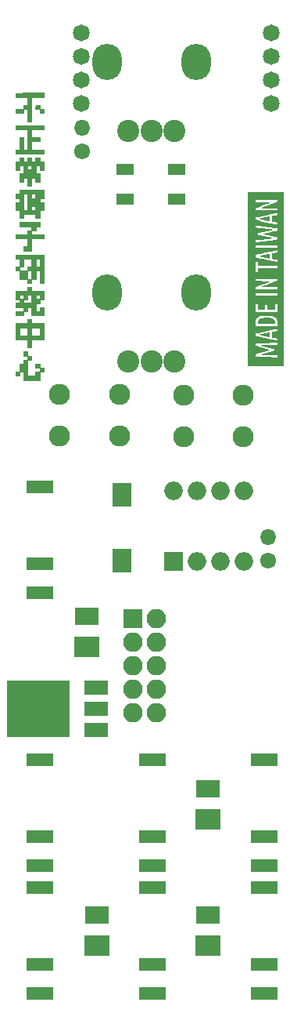
<source format=gbr>
G04 #@! TF.GenerationSoftware,KiCad,Pcbnew,5.1.2-f72e74a~84~ubuntu16.04.1*
G04 #@! TF.CreationDate,2019-05-08T01:02:17+08:00*
G04 #@! TF.ProjectId,8Bit_EuroRack_7hp,38426974-5f45-4757-926f-5261636b5f37,rev?*
G04 #@! TF.SameCoordinates,Original*
G04 #@! TF.FileFunction,Soldermask,Top*
G04 #@! TF.FilePolarity,Negative*
%FSLAX46Y46*%
G04 Gerber Fmt 4.6, Leading zero omitted, Abs format (unit mm)*
G04 Created by KiCad (PCBNEW 5.1.2-f72e74a~84~ubuntu16.04.1) date 2019-05-08 01:02:17*
%MOMM*%
%LPD*%
G04 APERTURE LIST*
%ADD10C,0.010000*%
%ADD11C,1.720000*%
%ADD12O,1.720000X1.720000*%
%ADD13R,2.900000X1.400000*%
%ADD14C,2.279600*%
%ADD15C,2.400000*%
%ADD16O,3.200000X3.900000*%
%ADD17R,2.000000X2.580000*%
%ADD18R,1.920000X1.220000*%
%ADD19O,2.100000X2.100000*%
%ADD20R,2.100000X2.100000*%
%ADD21R,2.500000X1.900000*%
%ADD22R,2.700000X2.200000*%
%ADD23C,1.820000*%
%ADD24R,2.600000X1.600000*%
%ADD25R,6.800000X6.200000*%
%ADD26O,2.000000X2.000000*%
%ADD27R,2.000000X2.000000*%
G04 APERTURE END LIST*
D10*
G36*
X49584724Y-53389525D02*
G01*
X49588199Y-53608600D01*
X50019400Y-53608600D01*
X50019400Y-54040400D01*
X49587600Y-54040400D01*
X49587600Y-53608600D01*
X49142500Y-53608600D01*
X49149450Y-53170450D01*
X49581250Y-53170450D01*
X49584724Y-53389525D01*
X49584724Y-53389525D01*
G37*
X49584724Y-53389525D02*
X49588199Y-53608600D01*
X50019400Y-53608600D01*
X50019400Y-54040400D01*
X49587600Y-54040400D01*
X49587600Y-53608600D01*
X49142500Y-53608600D01*
X49149450Y-53170450D01*
X49581250Y-53170450D01*
X49584724Y-53389525D01*
G36*
X50019400Y-52300500D02*
G01*
X48711300Y-52300500D01*
X48711300Y-54916700D01*
X48492225Y-54916705D01*
X48273150Y-54916711D01*
X48276964Y-54262655D01*
X48280779Y-53608600D01*
X47835000Y-53608600D01*
X47835000Y-54040400D01*
X46958700Y-54040400D01*
X46958700Y-53608600D01*
X47834400Y-53608600D01*
X47841350Y-53170450D01*
X48279500Y-53163500D01*
X48279500Y-52300728D01*
X46965050Y-52294150D01*
X46965050Y-51862350D01*
X48492225Y-51859123D01*
X50019400Y-51855897D01*
X50019400Y-52300500D01*
X50019400Y-52300500D01*
G37*
X50019400Y-52300500D02*
X48711300Y-52300500D01*
X48711300Y-54916700D01*
X48492225Y-54916705D01*
X48273150Y-54916711D01*
X48276964Y-54262655D01*
X48280779Y-53608600D01*
X47835000Y-53608600D01*
X47835000Y-54040400D01*
X46958700Y-54040400D01*
X46958700Y-53608600D01*
X47834400Y-53608600D01*
X47841350Y-53170450D01*
X48279500Y-53163500D01*
X48279500Y-52300728D01*
X46965050Y-52294150D01*
X46965050Y-51862350D01*
X48492225Y-51859123D01*
X50019400Y-51855897D01*
X50019400Y-52300500D01*
G36*
X50032100Y-55793000D02*
G01*
X48711300Y-55793000D01*
X48711300Y-56656600D01*
X49587600Y-56656600D01*
X49587600Y-57101100D01*
X48711300Y-57101100D01*
X48711300Y-57964700D01*
X50032100Y-57964700D01*
X50032100Y-58409200D01*
X46958700Y-58409200D01*
X46958700Y-57964700D01*
X47390500Y-57964700D01*
X47390500Y-56656600D01*
X47847700Y-56656600D01*
X47847700Y-57964700D01*
X48266800Y-57964700D01*
X48266800Y-55793000D01*
X46958700Y-55793000D01*
X46958700Y-55348500D01*
X50032100Y-55348500D01*
X50032100Y-55793000D01*
X50032100Y-55793000D01*
G37*
X50032100Y-55793000D02*
X48711300Y-55793000D01*
X48711300Y-56656600D01*
X49587600Y-56656600D01*
X49587600Y-57101100D01*
X48711300Y-57101100D01*
X48711300Y-57964700D01*
X50032100Y-57964700D01*
X50032100Y-58409200D01*
X46958700Y-58409200D01*
X46958700Y-57964700D01*
X47390500Y-57964700D01*
X47390500Y-56656600D01*
X47847700Y-56656600D01*
X47847700Y-57964700D01*
X48266800Y-57964700D01*
X48266800Y-55793000D01*
X46958700Y-55793000D01*
X46958700Y-55348500D01*
X50032100Y-55348500D01*
X50032100Y-55793000D01*
G36*
X47847700Y-59272800D02*
G01*
X48266800Y-59272800D01*
X48266800Y-58841000D01*
X48711300Y-58841000D01*
X48711300Y-59272800D01*
X49143100Y-59272800D01*
X49143100Y-58841000D01*
X49587600Y-58841000D01*
X49587600Y-59272800D01*
X50032100Y-59272800D01*
X50032100Y-60161800D01*
X49574900Y-60161800D01*
X49574900Y-59730000D01*
X49155800Y-59730000D01*
X49155800Y-60580900D01*
X49587600Y-60580900D01*
X49587600Y-61469900D01*
X49143100Y-61469900D01*
X49143100Y-61038100D01*
X48711300Y-61038100D01*
X48711300Y-61901700D01*
X48266800Y-61901700D01*
X48266800Y-61038100D01*
X47847700Y-61038100D01*
X47847700Y-61469900D01*
X47390500Y-61469900D01*
X47390500Y-60580900D01*
X47835000Y-60580900D01*
X47835000Y-59730000D01*
X48279500Y-59730000D01*
X48279500Y-60149100D01*
X48698600Y-60149100D01*
X48698600Y-59730000D01*
X48279500Y-59730000D01*
X47835000Y-59730000D01*
X47403200Y-59730000D01*
X47403200Y-60161800D01*
X46958700Y-60161800D01*
X46958700Y-59272800D01*
X47390500Y-59272800D01*
X47390500Y-58841000D01*
X47847700Y-58841000D01*
X47847700Y-59272800D01*
X47847700Y-59272800D01*
G37*
X47847700Y-59272800D02*
X48266800Y-59272800D01*
X48266800Y-58841000D01*
X48711300Y-58841000D01*
X48711300Y-59272800D01*
X49143100Y-59272800D01*
X49143100Y-58841000D01*
X49587600Y-58841000D01*
X49587600Y-59272800D01*
X50032100Y-59272800D01*
X50032100Y-60161800D01*
X49574900Y-60161800D01*
X49574900Y-59730000D01*
X49155800Y-59730000D01*
X49155800Y-60580900D01*
X49587600Y-60580900D01*
X49587600Y-61469900D01*
X49143100Y-61469900D01*
X49143100Y-61038100D01*
X48711300Y-61038100D01*
X48711300Y-61901700D01*
X48266800Y-61901700D01*
X48266800Y-61038100D01*
X47847700Y-61038100D01*
X47847700Y-61469900D01*
X47390500Y-61469900D01*
X47390500Y-60580900D01*
X47835000Y-60580900D01*
X47835000Y-59730000D01*
X48279500Y-59730000D01*
X48279500Y-60149100D01*
X48698600Y-60149100D01*
X48698600Y-59730000D01*
X48279500Y-59730000D01*
X47835000Y-59730000D01*
X47403200Y-59730000D01*
X47403200Y-60161800D01*
X46958700Y-60161800D01*
X46958700Y-59272800D01*
X47390500Y-59272800D01*
X47390500Y-58841000D01*
X47847700Y-58841000D01*
X47847700Y-59272800D01*
G36*
X50032100Y-63222500D02*
G01*
X49587600Y-63222500D01*
X49587600Y-63641600D01*
X50032100Y-63641600D01*
X50032100Y-64530600D01*
X49587600Y-64530600D01*
X49587600Y-65394200D01*
X49143100Y-65394200D01*
X49143100Y-64962400D01*
X47847700Y-64962400D01*
X47847700Y-65394200D01*
X47390500Y-65394200D01*
X47390500Y-64530600D01*
X46958700Y-64530600D01*
X46958700Y-63641600D01*
X47390500Y-63641600D01*
X47390500Y-63222500D01*
X46958700Y-63222500D01*
X46958700Y-62778000D01*
X47847700Y-62778000D01*
X47847700Y-64517900D01*
X48266800Y-64517900D01*
X48266800Y-64086100D01*
X48711300Y-64086100D01*
X48711300Y-64517900D01*
X49143100Y-64517900D01*
X49143100Y-64086100D01*
X48711300Y-64086100D01*
X48266800Y-64086100D01*
X48266800Y-62778000D01*
X48711300Y-62778000D01*
X48711300Y-63209800D01*
X49143100Y-63209800D01*
X49143100Y-62778000D01*
X48711300Y-62778000D01*
X48266800Y-62778000D01*
X47847700Y-62778000D01*
X46958700Y-62778000D01*
X46958700Y-62765300D01*
X47390500Y-62765300D01*
X47390500Y-62333500D01*
X50032100Y-62333500D01*
X50032100Y-63222500D01*
X50032100Y-63222500D01*
G37*
X50032100Y-63222500D02*
X49587600Y-63222500D01*
X49587600Y-63641600D01*
X50032100Y-63641600D01*
X50032100Y-64530600D01*
X49587600Y-64530600D01*
X49587600Y-65394200D01*
X49143100Y-65394200D01*
X49143100Y-64962400D01*
X47847700Y-64962400D01*
X47847700Y-65394200D01*
X47390500Y-65394200D01*
X47390500Y-64530600D01*
X46958700Y-64530600D01*
X46958700Y-63641600D01*
X47390500Y-63641600D01*
X47390500Y-63222500D01*
X46958700Y-63222500D01*
X46958700Y-62778000D01*
X47847700Y-62778000D01*
X47847700Y-64517900D01*
X48266800Y-64517900D01*
X48266800Y-64086100D01*
X48711300Y-64086100D01*
X48711300Y-64517900D01*
X49143100Y-64517900D01*
X49143100Y-64086100D01*
X48711300Y-64086100D01*
X48266800Y-64086100D01*
X48266800Y-62778000D01*
X48711300Y-62778000D01*
X48711300Y-63209800D01*
X49143100Y-63209800D01*
X49143100Y-62778000D01*
X48711300Y-62778000D01*
X48266800Y-62778000D01*
X47847700Y-62778000D01*
X46958700Y-62778000D01*
X46958700Y-62765300D01*
X47390500Y-62765300D01*
X47390500Y-62333500D01*
X50032100Y-62333500D01*
X50032100Y-63222500D01*
G36*
X49587600Y-66270500D02*
G01*
X49155800Y-66270500D01*
X49155800Y-66715000D01*
X48711300Y-66715000D01*
X48711300Y-67134100D01*
X50032100Y-67134100D01*
X50032100Y-67578600D01*
X48711300Y-67578600D01*
X48711300Y-68886700D01*
X47835000Y-68886700D01*
X47835000Y-68442200D01*
X48266800Y-68442200D01*
X48266800Y-67578600D01*
X46958700Y-67578600D01*
X46958700Y-67134100D01*
X48266800Y-67134100D01*
X48266800Y-66702300D01*
X48698600Y-66702300D01*
X48698600Y-66270500D01*
X47390500Y-66270500D01*
X47390500Y-65826000D01*
X49587600Y-65826000D01*
X49587600Y-66270500D01*
X49587600Y-66270500D01*
G37*
X49587600Y-66270500D02*
X49155800Y-66270500D01*
X49155800Y-66715000D01*
X48711300Y-66715000D01*
X48711300Y-67134100D01*
X50032100Y-67134100D01*
X50032100Y-67578600D01*
X48711300Y-67578600D01*
X48711300Y-68886700D01*
X47835000Y-68886700D01*
X47835000Y-68442200D01*
X48266800Y-68442200D01*
X48266800Y-67578600D01*
X46958700Y-67578600D01*
X46958700Y-67134100D01*
X48266800Y-67134100D01*
X48266800Y-66702300D01*
X48698600Y-66702300D01*
X48698600Y-66270500D01*
X47390500Y-66270500D01*
X47390500Y-65826000D01*
X49587600Y-65826000D01*
X49587600Y-66270500D01*
G36*
X50032100Y-72379200D02*
G01*
X49574900Y-72379200D01*
X49574900Y-71071100D01*
X49155800Y-71071100D01*
X49155800Y-71947400D01*
X48711300Y-71947400D01*
X48711300Y-72379200D01*
X48266800Y-72379200D01*
X48266800Y-71947400D01*
X47390500Y-71947400D01*
X47390500Y-71071100D01*
X48279500Y-71071100D01*
X48279500Y-71934700D01*
X48698600Y-71934700D01*
X48698600Y-71071100D01*
X48279500Y-71071100D01*
X47390500Y-71071100D01*
X46958700Y-71071100D01*
X46958700Y-70639300D01*
X47403200Y-70639300D01*
X47403200Y-71058400D01*
X48266800Y-71058400D01*
X48266800Y-70626600D01*
X48698600Y-70626600D01*
X48698600Y-69763000D01*
X49155800Y-69763000D01*
X49155800Y-70626600D01*
X49574900Y-70626600D01*
X49574900Y-69763000D01*
X49155800Y-69763000D01*
X48698600Y-69763000D01*
X47847700Y-69763000D01*
X47847700Y-70639300D01*
X47403200Y-70639300D01*
X46958700Y-70639300D01*
X46958700Y-70626600D01*
X47390500Y-70626600D01*
X47390500Y-69763000D01*
X46958700Y-69763000D01*
X46958700Y-69318500D01*
X50032100Y-69318500D01*
X50032100Y-72379200D01*
X50032100Y-72379200D01*
G37*
X50032100Y-72379200D02*
X49574900Y-72379200D01*
X49574900Y-71071100D01*
X49155800Y-71071100D01*
X49155800Y-71947400D01*
X48711300Y-71947400D01*
X48711300Y-72379200D01*
X48266800Y-72379200D01*
X48266800Y-71947400D01*
X47390500Y-71947400D01*
X47390500Y-71071100D01*
X48279500Y-71071100D01*
X48279500Y-71934700D01*
X48698600Y-71934700D01*
X48698600Y-71071100D01*
X48279500Y-71071100D01*
X47390500Y-71071100D01*
X46958700Y-71071100D01*
X46958700Y-70639300D01*
X47403200Y-70639300D01*
X47403200Y-71058400D01*
X48266800Y-71058400D01*
X48266800Y-70626600D01*
X48698600Y-70626600D01*
X48698600Y-69763000D01*
X49155800Y-69763000D01*
X49155800Y-70626600D01*
X49574900Y-70626600D01*
X49574900Y-69763000D01*
X49155800Y-69763000D01*
X48698600Y-69763000D01*
X47847700Y-69763000D01*
X47847700Y-70639300D01*
X47403200Y-70639300D01*
X46958700Y-70639300D01*
X46958700Y-70626600D01*
X47390500Y-70626600D01*
X47390500Y-69763000D01*
X46958700Y-69763000D01*
X46958700Y-69318500D01*
X50032100Y-69318500D01*
X50032100Y-72379200D01*
G36*
X48711300Y-73242800D02*
G01*
X50032100Y-73242800D01*
X50032100Y-74131800D01*
X49587600Y-74131800D01*
X49587600Y-74563600D01*
X49155800Y-74563600D01*
X49155800Y-75427200D01*
X49574900Y-75427200D01*
X49574900Y-74995400D01*
X50032100Y-74995400D01*
X50032100Y-75871700D01*
X48698600Y-75871700D01*
X48698600Y-75008100D01*
X48279500Y-75008100D01*
X48279500Y-75439900D01*
X47847700Y-75439900D01*
X47847700Y-75871700D01*
X46958700Y-75871700D01*
X46958700Y-75427200D01*
X47835000Y-75427200D01*
X47835000Y-75008100D01*
X46958700Y-75008100D01*
X46958700Y-74550900D01*
X47390500Y-74550900D01*
X47390500Y-74131800D01*
X47847700Y-74131800D01*
X47847700Y-74550900D01*
X48698600Y-74550900D01*
X48698600Y-73700000D01*
X49155800Y-73700000D01*
X49155800Y-74119100D01*
X49574900Y-74119100D01*
X49574900Y-73700000D01*
X49155800Y-73700000D01*
X48698600Y-73700000D01*
X48279500Y-73700000D01*
X48279500Y-74131800D01*
X47847700Y-74131800D01*
X47390500Y-74131800D01*
X46958700Y-74131800D01*
X46958700Y-73700000D01*
X47403200Y-73700000D01*
X47403200Y-74119100D01*
X47835000Y-74119100D01*
X47835000Y-73700000D01*
X47403200Y-73700000D01*
X46958700Y-73700000D01*
X46958700Y-73242800D01*
X48266800Y-73242800D01*
X48266800Y-72811000D01*
X48711300Y-72811000D01*
X48711300Y-73242800D01*
X48711300Y-73242800D01*
G37*
X48711300Y-73242800D02*
X50032100Y-73242800D01*
X50032100Y-74131800D01*
X49587600Y-74131800D01*
X49587600Y-74563600D01*
X49155800Y-74563600D01*
X49155800Y-75427200D01*
X49574900Y-75427200D01*
X49574900Y-74995400D01*
X50032100Y-74995400D01*
X50032100Y-75871700D01*
X48698600Y-75871700D01*
X48698600Y-75008100D01*
X48279500Y-75008100D01*
X48279500Y-75439900D01*
X47847700Y-75439900D01*
X47847700Y-75871700D01*
X46958700Y-75871700D01*
X46958700Y-75427200D01*
X47835000Y-75427200D01*
X47835000Y-75008100D01*
X46958700Y-75008100D01*
X46958700Y-74550900D01*
X47390500Y-74550900D01*
X47390500Y-74131800D01*
X47847700Y-74131800D01*
X47847700Y-74550900D01*
X48698600Y-74550900D01*
X48698600Y-73700000D01*
X49155800Y-73700000D01*
X49155800Y-74119100D01*
X49574900Y-74119100D01*
X49574900Y-73700000D01*
X49155800Y-73700000D01*
X48698600Y-73700000D01*
X48279500Y-73700000D01*
X48279500Y-74131800D01*
X47847700Y-74131800D01*
X47390500Y-74131800D01*
X46958700Y-74131800D01*
X46958700Y-73700000D01*
X47403200Y-73700000D01*
X47403200Y-74119100D01*
X47835000Y-74119100D01*
X47835000Y-73700000D01*
X47403200Y-73700000D01*
X46958700Y-73700000D01*
X46958700Y-73242800D01*
X48266800Y-73242800D01*
X48266800Y-72811000D01*
X48711300Y-72811000D01*
X48711300Y-73242800D01*
G36*
X48711300Y-76735300D02*
G01*
X50032100Y-76735300D01*
X50032100Y-78500600D01*
X48711300Y-78500600D01*
X48711300Y-79364200D01*
X48266800Y-79364200D01*
X48266800Y-78500600D01*
X46958700Y-78500600D01*
X46958700Y-77192500D01*
X47403200Y-77192500D01*
X47403200Y-78043400D01*
X48266800Y-78043400D01*
X48266800Y-77192500D01*
X48711300Y-77192500D01*
X48711300Y-78043400D01*
X49574900Y-78043400D01*
X49574900Y-77192500D01*
X48711300Y-77192500D01*
X48266800Y-77192500D01*
X47403200Y-77192500D01*
X46958700Y-77192500D01*
X46958700Y-76735300D01*
X48266800Y-76735300D01*
X48266800Y-76303500D01*
X48711300Y-76303500D01*
X48711300Y-76735300D01*
X48711300Y-76735300D01*
G37*
X48711300Y-76735300D02*
X50032100Y-76735300D01*
X50032100Y-78500600D01*
X48711300Y-78500600D01*
X48711300Y-79364200D01*
X48266800Y-79364200D01*
X48266800Y-78500600D01*
X46958700Y-78500600D01*
X46958700Y-77192500D01*
X47403200Y-77192500D01*
X47403200Y-78043400D01*
X48266800Y-78043400D01*
X48266800Y-77192500D01*
X48711300Y-77192500D01*
X48711300Y-78043400D01*
X49574900Y-78043400D01*
X49574900Y-77192500D01*
X48711300Y-77192500D01*
X48266800Y-77192500D01*
X47403200Y-77192500D01*
X46958700Y-77192500D01*
X46958700Y-76735300D01*
X48266800Y-76735300D01*
X48266800Y-76303500D01*
X48711300Y-76303500D01*
X48711300Y-76735300D01*
G36*
X48279500Y-80227800D02*
G01*
X48711300Y-80227800D01*
X48711300Y-80685000D01*
X48279500Y-80685000D01*
X48279500Y-82412200D01*
X49143100Y-82412200D01*
X49143100Y-81980400D01*
X49574900Y-81980400D01*
X49574900Y-81548600D01*
X49143100Y-81548600D01*
X49143100Y-81104100D01*
X49587600Y-81104100D01*
X49587600Y-81535900D01*
X50032100Y-81535900D01*
X50032100Y-81993100D01*
X49587600Y-81993100D01*
X49587600Y-82856700D01*
X47835000Y-82856700D01*
X47835000Y-81993100D01*
X47403200Y-81993100D01*
X47403200Y-82424900D01*
X46958700Y-82424900D01*
X46958700Y-81980400D01*
X47390500Y-81980400D01*
X47390500Y-81104100D01*
X47835000Y-81104100D01*
X47835000Y-80672300D01*
X48266800Y-80672300D01*
X48266800Y-80240500D01*
X47835000Y-80240500D01*
X47835000Y-79796000D01*
X48279500Y-79796000D01*
X48279500Y-80227800D01*
X48279500Y-80227800D01*
G37*
X48279500Y-80227800D02*
X48711300Y-80227800D01*
X48711300Y-80685000D01*
X48279500Y-80685000D01*
X48279500Y-82412200D01*
X49143100Y-82412200D01*
X49143100Y-81980400D01*
X49574900Y-81980400D01*
X49574900Y-81548600D01*
X49143100Y-81548600D01*
X49143100Y-81104100D01*
X49587600Y-81104100D01*
X49587600Y-81535900D01*
X50032100Y-81535900D01*
X50032100Y-81993100D01*
X49587600Y-81993100D01*
X49587600Y-82856700D01*
X47835000Y-82856700D01*
X47835000Y-81993100D01*
X47403200Y-81993100D01*
X47403200Y-82424900D01*
X46958700Y-82424900D01*
X46958700Y-81980400D01*
X47390500Y-81980400D01*
X47390500Y-81104100D01*
X47835000Y-81104100D01*
X47835000Y-80672300D01*
X48266800Y-80672300D01*
X48266800Y-80240500D01*
X47835000Y-80240500D01*
X47835000Y-79796000D01*
X48279500Y-79796000D01*
X48279500Y-80227800D01*
G36*
X73461440Y-65415354D02*
G01*
X73492456Y-65406267D01*
X73541871Y-65393556D01*
X73606438Y-65377930D01*
X73682911Y-65360099D01*
X73768040Y-65340772D01*
X73858579Y-65320659D01*
X73951281Y-65300470D01*
X74042898Y-65280913D01*
X74130183Y-65262699D01*
X74209888Y-65246538D01*
X74278766Y-65233137D01*
X74333570Y-65223208D01*
X74371052Y-65217460D01*
X74384822Y-65216300D01*
X74388461Y-65228291D01*
X74391575Y-65261430D01*
X74393939Y-65311466D01*
X74395327Y-65374150D01*
X74395600Y-65419500D01*
X74395359Y-65488110D01*
X74394695Y-65546825D01*
X74393692Y-65591394D01*
X74392436Y-65617567D01*
X74391527Y-65622700D01*
X74371803Y-65620102D01*
X74331361Y-65612791D01*
X74273571Y-65601494D01*
X74201803Y-65586938D01*
X74119428Y-65569850D01*
X74029815Y-65550957D01*
X73936335Y-65530985D01*
X73842358Y-65510662D01*
X73751255Y-65490713D01*
X73666395Y-65471866D01*
X73591149Y-65454848D01*
X73528887Y-65440385D01*
X73482980Y-65429204D01*
X73456796Y-65422032D01*
X73452071Y-65420106D01*
X73461440Y-65415354D01*
X73461440Y-65415354D01*
G37*
X73461440Y-65415354D02*
X73492456Y-65406267D01*
X73541871Y-65393556D01*
X73606438Y-65377930D01*
X73682911Y-65360099D01*
X73768040Y-65340772D01*
X73858579Y-65320659D01*
X73951281Y-65300470D01*
X74042898Y-65280913D01*
X74130183Y-65262699D01*
X74209888Y-65246538D01*
X74278766Y-65233137D01*
X74333570Y-65223208D01*
X74371052Y-65217460D01*
X74384822Y-65216300D01*
X74388461Y-65228291D01*
X74391575Y-65261430D01*
X74393939Y-65311466D01*
X74395327Y-65374150D01*
X74395600Y-65419500D01*
X74395359Y-65488110D01*
X74394695Y-65546825D01*
X74393692Y-65591394D01*
X74392436Y-65617567D01*
X74391527Y-65622700D01*
X74371803Y-65620102D01*
X74331361Y-65612791D01*
X74273571Y-65601494D01*
X74201803Y-65586938D01*
X74119428Y-65569850D01*
X74029815Y-65550957D01*
X73936335Y-65530985D01*
X73842358Y-65510662D01*
X73751255Y-65490713D01*
X73666395Y-65471866D01*
X73591149Y-65454848D01*
X73528887Y-65440385D01*
X73482980Y-65429204D01*
X73456796Y-65422032D01*
X73452071Y-65420106D01*
X73461440Y-65415354D01*
G36*
X73468454Y-69438937D02*
G01*
X73505795Y-69428884D01*
X73560945Y-69415585D01*
X73630542Y-69399729D01*
X73711228Y-69382006D01*
X73799641Y-69363106D01*
X73892423Y-69343719D01*
X73986212Y-69324533D01*
X74077649Y-69306239D01*
X74163375Y-69289527D01*
X74240028Y-69275086D01*
X74304249Y-69263605D01*
X74352678Y-69255775D01*
X74381955Y-69252285D01*
X74389209Y-69252743D01*
X74391418Y-69267013D01*
X74393296Y-69302149D01*
X74394699Y-69353616D01*
X74395484Y-69416880D01*
X74395600Y-69453867D01*
X74395152Y-69531069D01*
X74393628Y-69586008D01*
X74390756Y-69621807D01*
X74386266Y-69641592D01*
X74379886Y-69648485D01*
X74378700Y-69648600D01*
X74354442Y-69646026D01*
X74310758Y-69638778D01*
X74250899Y-69627572D01*
X74178118Y-69613123D01*
X74095669Y-69596145D01*
X74006805Y-69577354D01*
X73914779Y-69557463D01*
X73822843Y-69537187D01*
X73734251Y-69517242D01*
X73652256Y-69498341D01*
X73580111Y-69481201D01*
X73521069Y-69466534D01*
X73478382Y-69455057D01*
X73455305Y-69447484D01*
X73452280Y-69445054D01*
X73468454Y-69438937D01*
X73468454Y-69438937D01*
G37*
X73468454Y-69438937D02*
X73505795Y-69428884D01*
X73560945Y-69415585D01*
X73630542Y-69399729D01*
X73711228Y-69382006D01*
X73799641Y-69363106D01*
X73892423Y-69343719D01*
X73986212Y-69324533D01*
X74077649Y-69306239D01*
X74163375Y-69289527D01*
X74240028Y-69275086D01*
X74304249Y-69263605D01*
X74352678Y-69255775D01*
X74381955Y-69252285D01*
X74389209Y-69252743D01*
X74391418Y-69267013D01*
X74393296Y-69302149D01*
X74394699Y-69353616D01*
X74395484Y-69416880D01*
X74395600Y-69453867D01*
X74395152Y-69531069D01*
X74393628Y-69586008D01*
X74390756Y-69621807D01*
X74386266Y-69641592D01*
X74379886Y-69648485D01*
X74378700Y-69648600D01*
X74354442Y-69646026D01*
X74310758Y-69638778D01*
X74250899Y-69627572D01*
X74178118Y-69613123D01*
X74095669Y-69596145D01*
X74006805Y-69577354D01*
X73914779Y-69557463D01*
X73822843Y-69537187D01*
X73734251Y-69517242D01*
X73652256Y-69498341D01*
X73580111Y-69481201D01*
X73521069Y-69466534D01*
X73478382Y-69455057D01*
X73455305Y-69447484D01*
X73452280Y-69445054D01*
X73468454Y-69438937D01*
G36*
X73544700Y-77907249D02*
G01*
X73596326Y-77895312D01*
X73663248Y-77880504D01*
X73741815Y-77863570D01*
X73828379Y-77845256D01*
X73919289Y-77826307D01*
X74010898Y-77807468D01*
X74099554Y-77789485D01*
X74181609Y-77773104D01*
X74253414Y-77759069D01*
X74311319Y-77748127D01*
X74351674Y-77741022D01*
X74370805Y-77738500D01*
X74380207Y-77739842D01*
X74386877Y-77746338D01*
X74391281Y-77761695D01*
X74393888Y-77789622D01*
X74395162Y-77833824D01*
X74395573Y-77898010D01*
X74395600Y-77935350D01*
X74395499Y-78009875D01*
X74394835Y-78062724D01*
X74393068Y-78097623D01*
X74389657Y-78118296D01*
X74384059Y-78128467D01*
X74375734Y-78131861D01*
X74367000Y-78132200D01*
X74344404Y-78129571D01*
X74300402Y-78122142D01*
X74238388Y-78110602D01*
X74161755Y-78095637D01*
X74073898Y-78077936D01*
X73978210Y-78058187D01*
X73878084Y-78037078D01*
X73776916Y-78015297D01*
X73678099Y-77993532D01*
X73633600Y-77983541D01*
X73424050Y-77936175D01*
X73544700Y-77907249D01*
X73544700Y-77907249D01*
G37*
X73544700Y-77907249D02*
X73596326Y-77895312D01*
X73663248Y-77880504D01*
X73741815Y-77863570D01*
X73828379Y-77845256D01*
X73919289Y-77826307D01*
X74010898Y-77807468D01*
X74099554Y-77789485D01*
X74181609Y-77773104D01*
X74253414Y-77759069D01*
X74311319Y-77748127D01*
X74351674Y-77741022D01*
X74370805Y-77738500D01*
X74380207Y-77739842D01*
X74386877Y-77746338D01*
X74391281Y-77761695D01*
X74393888Y-77789622D01*
X74395162Y-77833824D01*
X74395573Y-77898010D01*
X74395600Y-77935350D01*
X74395499Y-78009875D01*
X74394835Y-78062724D01*
X74393068Y-78097623D01*
X74389657Y-78118296D01*
X74384059Y-78128467D01*
X74375734Y-78131861D01*
X74367000Y-78132200D01*
X74344404Y-78129571D01*
X74300402Y-78122142D01*
X74238388Y-78110602D01*
X74161755Y-78095637D01*
X74073898Y-78077936D01*
X73978210Y-78058187D01*
X73878084Y-78037078D01*
X73776916Y-78015297D01*
X73678099Y-77993532D01*
X73633600Y-77983541D01*
X73424050Y-77936175D01*
X73544700Y-77907249D01*
G36*
X73217063Y-76617725D02*
G01*
X73228079Y-76513603D01*
X73252225Y-76427206D01*
X73291596Y-76356192D01*
X73348289Y-76298217D01*
X73424400Y-76250940D01*
X73522025Y-76212015D01*
X73600094Y-76189549D01*
X73670610Y-76175310D01*
X73760196Y-76163009D01*
X73862567Y-76153090D01*
X73971439Y-76145997D01*
X74080525Y-76142173D01*
X74183541Y-76142063D01*
X74243200Y-76144136D01*
X74407822Y-76156867D01*
X74549248Y-76176955D01*
X74668748Y-76204942D01*
X74767593Y-76241369D01*
X74847055Y-76286777D01*
X74908404Y-76341708D01*
X74952912Y-76406703D01*
X74973580Y-76455089D01*
X74983829Y-76495941D01*
X74992338Y-76549755D01*
X74998393Y-76608377D01*
X75001281Y-76663651D01*
X75000287Y-76707423D01*
X74997272Y-76725675D01*
X74994832Y-76729975D01*
X74989095Y-76733683D01*
X74978307Y-76736844D01*
X74960712Y-76739500D01*
X74934556Y-76741695D01*
X74898084Y-76743473D01*
X74849542Y-76744878D01*
X74787175Y-76745952D01*
X74709228Y-76746739D01*
X74613947Y-76747283D01*
X74499576Y-76747628D01*
X74364362Y-76747816D01*
X74206550Y-76747891D01*
X74100904Y-76747900D01*
X73211170Y-76747900D01*
X73217063Y-76617725D01*
X73217063Y-76617725D01*
G37*
X73217063Y-76617725D02*
X73228079Y-76513603D01*
X73252225Y-76427206D01*
X73291596Y-76356192D01*
X73348289Y-76298217D01*
X73424400Y-76250940D01*
X73522025Y-76212015D01*
X73600094Y-76189549D01*
X73670610Y-76175310D01*
X73760196Y-76163009D01*
X73862567Y-76153090D01*
X73971439Y-76145997D01*
X74080525Y-76142173D01*
X74183541Y-76142063D01*
X74243200Y-76144136D01*
X74407822Y-76156867D01*
X74549248Y-76176955D01*
X74668748Y-76204942D01*
X74767593Y-76241369D01*
X74847055Y-76286777D01*
X74908404Y-76341708D01*
X74952912Y-76406703D01*
X74973580Y-76455089D01*
X74983829Y-76495941D01*
X74992338Y-76549755D01*
X74998393Y-76608377D01*
X75001281Y-76663651D01*
X75000287Y-76707423D01*
X74997272Y-76725675D01*
X74994832Y-76729975D01*
X74989095Y-76733683D01*
X74978307Y-76736844D01*
X74960712Y-76739500D01*
X74934556Y-76741695D01*
X74898084Y-76743473D01*
X74849542Y-76744878D01*
X74787175Y-76745952D01*
X74709228Y-76746739D01*
X74613947Y-76747283D01*
X74499576Y-76747628D01*
X74364362Y-76747816D01*
X74206550Y-76747891D01*
X74100904Y-76747900D01*
X73211170Y-76747900D01*
X73217063Y-76617725D01*
G36*
X75957700Y-62612800D02*
G01*
X75957700Y-81256400D01*
X75336235Y-81256400D01*
X75336235Y-78592784D01*
X75332642Y-78442508D01*
X75329050Y-78292233D01*
X75043300Y-78250379D01*
X74960391Y-78238076D01*
X74885503Y-78226661D01*
X74822438Y-78216738D01*
X74774995Y-78208911D01*
X74746977Y-78203783D01*
X74741416Y-78202412D01*
X74735807Y-78194538D01*
X74731780Y-78174031D01*
X74729208Y-78138244D01*
X74727968Y-78084530D01*
X74727935Y-78010241D01*
X74728716Y-77932572D01*
X74732150Y-77668846D01*
X75033768Y-77624298D01*
X75335387Y-77579750D01*
X75335393Y-77423166D01*
X75335400Y-77266582D01*
X75300475Y-77273430D01*
X75278337Y-77277505D01*
X75235160Y-77285228D01*
X75174931Y-77295894D01*
X75101634Y-77308798D01*
X75019256Y-77323236D01*
X74967100Y-77332347D01*
X74602412Y-77398156D01*
X74254251Y-77465649D01*
X73913745Y-77536675D01*
X73572022Y-77613084D01*
X73223643Y-77695888D01*
X72923414Y-77769176D01*
X72923414Y-77065531D01*
X74106624Y-77062291D01*
X75289834Y-77059050D01*
X75306655Y-77001900D01*
X75337651Y-76869808D01*
X75354858Y-76734759D01*
X75357806Y-76603998D01*
X75346024Y-76484767D01*
X75341694Y-76462150D01*
X75302752Y-76334140D01*
X75242682Y-76220167D01*
X75161585Y-76120327D01*
X75059565Y-76034714D01*
X74936723Y-75963424D01*
X74793162Y-75906552D01*
X74719412Y-75885053D01*
X74612377Y-75860366D01*
X74502514Y-75842292D01*
X74384884Y-75830402D01*
X74254550Y-75824265D01*
X74106575Y-75823453D01*
X74027300Y-75824841D01*
X73878777Y-75830390D01*
X73750673Y-75839955D01*
X73638218Y-75854298D01*
X73536638Y-75874180D01*
X73441164Y-75900364D01*
X73347850Y-75933288D01*
X73216328Y-75995905D01*
X73103954Y-76073608D01*
X73011562Y-76165483D01*
X72939984Y-76270618D01*
X72890054Y-76388099D01*
X72884300Y-76410121D01*
X72884300Y-75503300D01*
X75335400Y-75503300D01*
X75335400Y-74563500D01*
X74992500Y-74563500D01*
X74992500Y-75198500D01*
X74217800Y-75198500D01*
X74217800Y-74665100D01*
X73874900Y-74665100D01*
X73874900Y-75198500D01*
X73227200Y-75198500D01*
X73227200Y-74601600D01*
X72884300Y-74601600D01*
X72884300Y-73763400D01*
X75335400Y-73763400D01*
X75335400Y-73445900D01*
X72884300Y-73445900D01*
X72884300Y-73064900D01*
X75335400Y-73064900D01*
X75335400Y-72772982D01*
X73652650Y-72766450D01*
X73881003Y-72672799D01*
X74043127Y-72607594D01*
X74223125Y-72537476D01*
X74414548Y-72464854D01*
X74610949Y-72392139D01*
X74805881Y-72321744D01*
X74992897Y-72256078D01*
X75024250Y-72245280D01*
X75329050Y-72140637D01*
X75332669Y-72012219D01*
X75336288Y-71883800D01*
X72884300Y-71883800D01*
X72884300Y-71172600D01*
X73227200Y-71172600D01*
X73227200Y-70753500D01*
X75335400Y-70753500D01*
X75335400Y-70448700D01*
X75325875Y-70448700D01*
X75325875Y-70105789D01*
X75329578Y-70093919D01*
X75332609Y-70061597D01*
X75334654Y-70013768D01*
X75335400Y-69955738D01*
X75335400Y-69805676D01*
X75047385Y-69763971D01*
X74964086Y-69751740D01*
X74888760Y-69740358D01*
X74825204Y-69730426D01*
X74777213Y-69722543D01*
X74748583Y-69717309D01*
X74742585Y-69715824D01*
X74736701Y-69708261D01*
X74732281Y-69688857D01*
X74729153Y-69654857D01*
X74727144Y-69603508D01*
X74726084Y-69532055D01*
X74725800Y-69446160D01*
X74725800Y-69182938D01*
X75002025Y-69142276D01*
X75084462Y-69130054D01*
X75159744Y-69118731D01*
X75223768Y-69108937D01*
X75272435Y-69101301D01*
X75301643Y-69096453D01*
X75306825Y-69095465D01*
X75318884Y-69091750D01*
X75326964Y-69083824D01*
X75331859Y-69067278D01*
X75334366Y-69037703D01*
X75335280Y-68990689D01*
X75335400Y-68937159D01*
X75334803Y-68870246D01*
X75332744Y-68825186D01*
X75328825Y-68798455D01*
X75322643Y-68786527D01*
X75318105Y-68785000D01*
X75299303Y-68787244D01*
X75258545Y-68793619D01*
X75198843Y-68803592D01*
X75123209Y-68816631D01*
X75034653Y-68832203D01*
X74936189Y-68849773D01*
X74830828Y-68868811D01*
X74721581Y-68888781D01*
X74611460Y-68909152D01*
X74522600Y-68925786D01*
X74342830Y-68960711D01*
X74145216Y-69001025D01*
X73936378Y-69045290D01*
X73722936Y-69092069D01*
X73511510Y-69139921D01*
X73308721Y-69187411D01*
X73220850Y-69208571D01*
X72890650Y-69288850D01*
X72887088Y-69442732D01*
X72884300Y-69563210D01*
X72884300Y-68569100D01*
X75335400Y-68569100D01*
X75335400Y-68264300D01*
X72909782Y-68264300D01*
X72909782Y-67997600D01*
X72934067Y-67996233D01*
X72980352Y-67992359D01*
X73045398Y-67986317D01*
X73125965Y-67978447D01*
X73218814Y-67969090D01*
X73320704Y-67958585D01*
X73428396Y-67947273D01*
X73538651Y-67935493D01*
X73648229Y-67923586D01*
X73753890Y-67911891D01*
X73852394Y-67900748D01*
X73940503Y-67890498D01*
X74008250Y-67882316D01*
X74109789Y-67869282D01*
X74221778Y-67854081D01*
X74341318Y-67837173D01*
X74465507Y-67819020D01*
X74591445Y-67800082D01*
X74716232Y-67780822D01*
X74836967Y-67761699D01*
X74950750Y-67743176D01*
X75054680Y-67725712D01*
X75145858Y-67709769D01*
X75221381Y-67695809D01*
X75278351Y-67684291D01*
X75313867Y-67675678D01*
X75319525Y-67673867D01*
X75327059Y-67662569D01*
X75332033Y-67633313D01*
X75334716Y-67583516D01*
X75335400Y-67522605D01*
X75334975Y-67459093D01*
X75333274Y-67416570D01*
X75329650Y-67390629D01*
X75323462Y-67376868D01*
X75314063Y-67370881D01*
X75313175Y-67370613D01*
X75268289Y-67358784D01*
X75201506Y-67342691D01*
X75115849Y-67322973D01*
X75014343Y-67300273D01*
X74900011Y-67275231D01*
X74775878Y-67248490D01*
X74644967Y-67220690D01*
X74510303Y-67192473D01*
X74374910Y-67164480D01*
X74241811Y-67137353D01*
X74114031Y-67111733D01*
X73994594Y-67088262D01*
X73886523Y-67067580D01*
X73868550Y-67064211D01*
X73854828Y-67060689D01*
X73851828Y-67056550D01*
X73861829Y-67051170D01*
X73887109Y-67043921D01*
X73929948Y-67034178D01*
X73992625Y-67021314D01*
X74077420Y-67004704D01*
X74103500Y-66999669D01*
X74244141Y-66972056D01*
X74395119Y-66941492D01*
X74550939Y-66909151D01*
X74706105Y-66876203D01*
X74855124Y-66843822D01*
X74992500Y-66813180D01*
X75112739Y-66785450D01*
X75157600Y-66774762D01*
X75329050Y-66733420D01*
X75332619Y-66585443D01*
X75336189Y-66437465D01*
X75318939Y-66434054D01*
X75318939Y-66072933D01*
X75327030Y-66068829D01*
X75331910Y-66055420D01*
X75334390Y-66028570D01*
X75335283Y-65984144D01*
X75335400Y-65926315D01*
X75335400Y-65776251D01*
X75294125Y-65769066D01*
X75268152Y-65764938D01*
X75222088Y-65758008D01*
X75160989Y-65749022D01*
X75089915Y-65738726D01*
X75030600Y-65730234D01*
X74955244Y-65719408D01*
X74885906Y-65709267D01*
X74827643Y-65700566D01*
X74785515Y-65694057D01*
X74767075Y-65690981D01*
X74725800Y-65683374D01*
X74725800Y-65154819D01*
X74760725Y-65147859D01*
X74784936Y-65143644D01*
X74828089Y-65136722D01*
X74885665Y-65127769D01*
X74953143Y-65117459D01*
X75026004Y-65106468D01*
X75099727Y-65095471D01*
X75169792Y-65085143D01*
X75231679Y-65076160D01*
X75280869Y-65069196D01*
X75312841Y-65064927D01*
X75322778Y-65063900D01*
X75328218Y-65051707D01*
X75332288Y-65017103D01*
X75334749Y-64963052D01*
X75335400Y-64906925D01*
X75335400Y-64749950D01*
X75088545Y-64792138D01*
X74557203Y-64888017D01*
X74038828Y-64992091D01*
X73521653Y-65106775D01*
X73299883Y-65159188D01*
X73203293Y-65182351D01*
X73114616Y-65203478D01*
X73036870Y-65221863D01*
X72973069Y-65236797D01*
X72926231Y-65247572D01*
X72899372Y-65253481D01*
X72894180Y-65254400D01*
X72890408Y-65266291D01*
X72887300Y-65298730D01*
X72885163Y-65346870D01*
X72884304Y-65405860D01*
X72884300Y-65410518D01*
X72884300Y-64543200D01*
X75335400Y-64543200D01*
X75335400Y-64251281D01*
X74491396Y-64248016D01*
X73647393Y-64244750D01*
X73827821Y-64169964D01*
X73930809Y-64128123D01*
X74053249Y-64079794D01*
X74190557Y-64026701D01*
X74338149Y-63970567D01*
X74491441Y-63913116D01*
X74645848Y-63856071D01*
X74796787Y-63801156D01*
X74939674Y-63750093D01*
X75014725Y-63723733D01*
X75335400Y-63611924D01*
X75335400Y-63362100D01*
X72884300Y-63362100D01*
X72884300Y-63654002D01*
X74414650Y-63660550D01*
X74243200Y-63722776D01*
X74064975Y-63788815D01*
X73880308Y-63859744D01*
X73694246Y-63933499D01*
X73511835Y-64008018D01*
X73338122Y-64081235D01*
X73178153Y-64151086D01*
X73036976Y-64215508D01*
X73027174Y-64220116D01*
X72884299Y-64287439D01*
X72884299Y-64415320D01*
X72884300Y-64543200D01*
X72884300Y-65410518D01*
X72884300Y-65566636D01*
X73255775Y-65657998D01*
X73672703Y-65756356D01*
X74103582Y-65850058D01*
X74538871Y-65937179D01*
X74969030Y-66015795D01*
X75306825Y-66071866D01*
X75318939Y-66072933D01*
X75318939Y-66434054D01*
X75269119Y-66424200D01*
X75052620Y-66383660D01*
X74814618Y-66343277D01*
X74559009Y-66303585D01*
X74289686Y-66265121D01*
X74010544Y-66228422D01*
X73725479Y-66194024D01*
X73438384Y-66162465D01*
X73189100Y-66137650D01*
X73114929Y-66130525D01*
X73046141Y-66123706D01*
X72988252Y-66117755D01*
X72946781Y-66113235D01*
X72931925Y-66111423D01*
X72884300Y-66105000D01*
X72884300Y-66256637D01*
X72884299Y-66408273D01*
X72950974Y-66415019D01*
X72981544Y-66417829D01*
X73033280Y-66422266D01*
X73102025Y-66427988D01*
X73183621Y-66434651D01*
X73273911Y-66441914D01*
X73360550Y-66448788D01*
X73497138Y-66460318D01*
X73653590Y-66474851D01*
X73824623Y-66491832D01*
X74004951Y-66510705D01*
X74189289Y-66530917D01*
X74372352Y-66551910D01*
X74548856Y-66573130D01*
X74576575Y-66576564D01*
X74629019Y-66583913D01*
X74670454Y-66591287D01*
X74695483Y-66597635D01*
X74700400Y-66600669D01*
X74688289Y-66606610D01*
X74653521Y-66616544D01*
X74598445Y-66629996D01*
X74525406Y-66646491D01*
X74436752Y-66665554D01*
X74334831Y-66686710D01*
X74221989Y-66709484D01*
X74100575Y-66733401D01*
X73972935Y-66757985D01*
X73841416Y-66782762D01*
X73708366Y-66807256D01*
X73576132Y-66830993D01*
X73474850Y-66848713D01*
X73395880Y-66862440D01*
X73324026Y-66875083D01*
X73263588Y-66885875D01*
X73218866Y-66894045D01*
X73194157Y-66898826D01*
X73192275Y-66899242D01*
X73179962Y-66903308D01*
X73171814Y-66911708D01*
X73166971Y-66928989D01*
X73164577Y-66959694D01*
X73163774Y-67008368D01*
X73163700Y-67050683D01*
X73163700Y-67195482D01*
X73198625Y-67202564D01*
X73220764Y-67206700D01*
X73263946Y-67214462D01*
X73324181Y-67225147D01*
X73397485Y-67238049D01*
X73479871Y-67252462D01*
X73532000Y-67261541D01*
X73616549Y-67276586D01*
X73715425Y-67294751D01*
X73824872Y-67315297D01*
X73941131Y-67337486D01*
X74060447Y-67360578D01*
X74179060Y-67383835D01*
X74293216Y-67406517D01*
X74399155Y-67427887D01*
X74493121Y-67447204D01*
X74571356Y-67463730D01*
X74630104Y-67476727D01*
X74649600Y-67481328D01*
X74687150Y-67491228D01*
X74702505Y-67497943D01*
X74698379Y-67503268D01*
X74687700Y-67506537D01*
X74653387Y-67513289D01*
X74596669Y-67521951D01*
X74520444Y-67532218D01*
X74427608Y-67543782D01*
X74321060Y-67556338D01*
X74203698Y-67569580D01*
X74078418Y-67583201D01*
X73948119Y-67596896D01*
X73815699Y-67610358D01*
X73684055Y-67623281D01*
X73556084Y-67635358D01*
X73434685Y-67646285D01*
X73322755Y-67655754D01*
X73223192Y-67663459D01*
X73163700Y-67667557D01*
X73072362Y-67673006D01*
X73003196Y-67677326D01*
X72953159Y-67682454D01*
X72919210Y-67690326D01*
X72898305Y-67702880D01*
X72887402Y-67722052D01*
X72883459Y-67749780D01*
X72883434Y-67788001D01*
X72884283Y-67838652D01*
X72884300Y-67845442D01*
X72884547Y-67909710D01*
X72885761Y-67952792D01*
X72888647Y-67978903D01*
X72893911Y-67992255D01*
X72902257Y-67997062D01*
X72909782Y-67997600D01*
X72909782Y-68264300D01*
X72884300Y-68264300D01*
X72884300Y-68569100D01*
X72884300Y-69563210D01*
X72883527Y-69596614D01*
X72931538Y-69609252D01*
X73172503Y-69670640D01*
X73433833Y-69733429D01*
X73710617Y-69796520D01*
X73997943Y-69858813D01*
X74290899Y-69919207D01*
X74497200Y-69959863D01*
X74560958Y-69971971D01*
X74637478Y-69986162D01*
X74723223Y-70001813D01*
X74814655Y-70018299D01*
X74908236Y-70034999D01*
X75000429Y-70051289D01*
X75087695Y-70066546D01*
X75166498Y-70080148D01*
X75233298Y-70091471D01*
X75284559Y-70099893D01*
X75316743Y-70104790D01*
X75325875Y-70105789D01*
X75325875Y-70448700D01*
X73227200Y-70448700D01*
X73227200Y-70029600D01*
X72884300Y-70029600D01*
X72884300Y-71172600D01*
X72884300Y-71883800D01*
X72884300Y-72175702D01*
X74414650Y-72182250D01*
X74179700Y-72269588D01*
X73905583Y-72373745D01*
X73640702Y-72478874D01*
X73389285Y-72583233D01*
X73155559Y-72685079D01*
X73008125Y-72752366D01*
X72884300Y-72810069D01*
X72884300Y-73064900D01*
X72884300Y-73445900D01*
X72884300Y-73763400D01*
X72884300Y-74601600D01*
X72884300Y-75503300D01*
X72884300Y-76410121D01*
X72873031Y-76453251D01*
X72860871Y-76546300D01*
X72858799Y-76655508D01*
X72866367Y-76773924D01*
X72883123Y-76894596D01*
X72908619Y-77010575D01*
X72909294Y-77013095D01*
X72923414Y-77065531D01*
X72923414Y-77769176D01*
X72883536Y-77778911D01*
X72890650Y-78086201D01*
X73081150Y-78134202D01*
X73239799Y-78173285D01*
X73411549Y-78213983D01*
X73593260Y-78255650D01*
X73781791Y-78297640D01*
X73974003Y-78339310D01*
X74166756Y-78380012D01*
X74356909Y-78419102D01*
X74541324Y-78455935D01*
X74716859Y-78489865D01*
X74880375Y-78520247D01*
X75028733Y-78546436D01*
X75158791Y-78567787D01*
X75267411Y-78583653D01*
X75269477Y-78583928D01*
X75336235Y-78592784D01*
X75336235Y-81256400D01*
X75177165Y-81256400D01*
X75177165Y-80405500D01*
X75335400Y-80405500D01*
X75335400Y-80117993D01*
X74595625Y-80101521D01*
X74456663Y-80098334D01*
X74321997Y-80095069D01*
X74194365Y-80091804D01*
X74076504Y-80088616D01*
X73971153Y-80085584D01*
X73881048Y-80082786D01*
X73808928Y-80080300D01*
X73757531Y-80078204D01*
X73735200Y-80077000D01*
X73614550Y-80068950D01*
X73830450Y-80008989D01*
X73916914Y-79985376D01*
X74018678Y-79958243D01*
X74131413Y-79928691D01*
X74250788Y-79897817D01*
X74372474Y-79866720D01*
X74492143Y-79836499D01*
X74605465Y-79808253D01*
X74708111Y-79783079D01*
X74795751Y-79762076D01*
X74864056Y-79746343D01*
X74875025Y-79743924D01*
X75005200Y-79715502D01*
X75005200Y-79457326D01*
X74900425Y-79435260D01*
X74845105Y-79423048D01*
X74773411Y-79406349D01*
X74688127Y-79385880D01*
X74592037Y-79362358D01*
X74487928Y-79336500D01*
X74378584Y-79309020D01*
X74266790Y-79280637D01*
X74155332Y-79252066D01*
X74046994Y-79224024D01*
X73944561Y-79197227D01*
X73850818Y-79172392D01*
X73768551Y-79150235D01*
X73700544Y-79131472D01*
X73649583Y-79116820D01*
X73618453Y-79106996D01*
X73609834Y-79103268D01*
X73618404Y-79100388D01*
X73646471Y-79098315D01*
X73688134Y-79097467D01*
X73691808Y-79097465D01*
X73724579Y-79097140D01*
X73779274Y-79096187D01*
X73852427Y-79094684D01*
X73940569Y-79092708D01*
X74040236Y-79090338D01*
X74147960Y-79087650D01*
X74260274Y-79084723D01*
X74262250Y-79084671D01*
X74386635Y-79081362D01*
X74516938Y-79077906D01*
X74647625Y-79074449D01*
X74773164Y-79071136D01*
X74888023Y-79068114D01*
X74986668Y-79065529D01*
X75040125Y-79064135D01*
X75335400Y-79056458D01*
X75335400Y-78763223D01*
X74938525Y-78771887D01*
X74803314Y-78775190D01*
X74652008Y-78779498D01*
X74489145Y-78784639D01*
X74319265Y-78790443D01*
X74146906Y-78796737D01*
X73976608Y-78803349D01*
X73812909Y-78810108D01*
X73660350Y-78816842D01*
X73523469Y-78823380D01*
X73406805Y-78829549D01*
X73392300Y-78830376D01*
X73306680Y-78835316D01*
X73215558Y-78840584D01*
X73128192Y-78845643D01*
X73053839Y-78849958D01*
X73033525Y-78851140D01*
X72884300Y-78859828D01*
X72884300Y-79156644D01*
X73052575Y-79209296D01*
X73197691Y-79253605D01*
X73362670Y-79302033D01*
X73542578Y-79353191D01*
X73732483Y-79405686D01*
X73927452Y-79458127D01*
X74033650Y-79486075D01*
X74120359Y-79508787D01*
X74199525Y-79529666D01*
X74267644Y-79547777D01*
X74321213Y-79562185D01*
X74356732Y-79571955D01*
X74370200Y-79575945D01*
X74366465Y-79581657D01*
X74342125Y-79592000D01*
X74301229Y-79605489D01*
X74249550Y-79620182D01*
X74109640Y-79658012D01*
X73954849Y-79700771D01*
X73791699Y-79746599D01*
X73626712Y-79793636D01*
X73466409Y-79840021D01*
X73317313Y-79883894D01*
X73185946Y-79923395D01*
X73179575Y-79925340D01*
X72884300Y-80015541D01*
X72884300Y-80312410D01*
X73109725Y-80327256D01*
X73226340Y-80334437D01*
X73361075Y-80341878D01*
X73510597Y-80349452D01*
X73671567Y-80357033D01*
X73840652Y-80364495D01*
X74014515Y-80371712D01*
X74189821Y-80378558D01*
X74363233Y-80384907D01*
X74531418Y-80390632D01*
X74691038Y-80395608D01*
X74838759Y-80399709D01*
X74971244Y-80402809D01*
X75085158Y-80404781D01*
X75177165Y-80405500D01*
X75177165Y-81256400D01*
X72147700Y-81256400D01*
X72147700Y-62612800D01*
X75957700Y-62612800D01*
X75957700Y-62612800D01*
G37*
X75957700Y-62612800D02*
X75957700Y-81256400D01*
X75336235Y-81256400D01*
X75336235Y-78592784D01*
X75332642Y-78442508D01*
X75329050Y-78292233D01*
X75043300Y-78250379D01*
X74960391Y-78238076D01*
X74885503Y-78226661D01*
X74822438Y-78216738D01*
X74774995Y-78208911D01*
X74746977Y-78203783D01*
X74741416Y-78202412D01*
X74735807Y-78194538D01*
X74731780Y-78174031D01*
X74729208Y-78138244D01*
X74727968Y-78084530D01*
X74727935Y-78010241D01*
X74728716Y-77932572D01*
X74732150Y-77668846D01*
X75033768Y-77624298D01*
X75335387Y-77579750D01*
X75335393Y-77423166D01*
X75335400Y-77266582D01*
X75300475Y-77273430D01*
X75278337Y-77277505D01*
X75235160Y-77285228D01*
X75174931Y-77295894D01*
X75101634Y-77308798D01*
X75019256Y-77323236D01*
X74967100Y-77332347D01*
X74602412Y-77398156D01*
X74254251Y-77465649D01*
X73913745Y-77536675D01*
X73572022Y-77613084D01*
X73223643Y-77695888D01*
X72923414Y-77769176D01*
X72923414Y-77065531D01*
X74106624Y-77062291D01*
X75289834Y-77059050D01*
X75306655Y-77001900D01*
X75337651Y-76869808D01*
X75354858Y-76734759D01*
X75357806Y-76603998D01*
X75346024Y-76484767D01*
X75341694Y-76462150D01*
X75302752Y-76334140D01*
X75242682Y-76220167D01*
X75161585Y-76120327D01*
X75059565Y-76034714D01*
X74936723Y-75963424D01*
X74793162Y-75906552D01*
X74719412Y-75885053D01*
X74612377Y-75860366D01*
X74502514Y-75842292D01*
X74384884Y-75830402D01*
X74254550Y-75824265D01*
X74106575Y-75823453D01*
X74027300Y-75824841D01*
X73878777Y-75830390D01*
X73750673Y-75839955D01*
X73638218Y-75854298D01*
X73536638Y-75874180D01*
X73441164Y-75900364D01*
X73347850Y-75933288D01*
X73216328Y-75995905D01*
X73103954Y-76073608D01*
X73011562Y-76165483D01*
X72939984Y-76270618D01*
X72890054Y-76388099D01*
X72884300Y-76410121D01*
X72884300Y-75503300D01*
X75335400Y-75503300D01*
X75335400Y-74563500D01*
X74992500Y-74563500D01*
X74992500Y-75198500D01*
X74217800Y-75198500D01*
X74217800Y-74665100D01*
X73874900Y-74665100D01*
X73874900Y-75198500D01*
X73227200Y-75198500D01*
X73227200Y-74601600D01*
X72884300Y-74601600D01*
X72884300Y-73763400D01*
X75335400Y-73763400D01*
X75335400Y-73445900D01*
X72884300Y-73445900D01*
X72884300Y-73064900D01*
X75335400Y-73064900D01*
X75335400Y-72772982D01*
X73652650Y-72766450D01*
X73881003Y-72672799D01*
X74043127Y-72607594D01*
X74223125Y-72537476D01*
X74414548Y-72464854D01*
X74610949Y-72392139D01*
X74805881Y-72321744D01*
X74992897Y-72256078D01*
X75024250Y-72245280D01*
X75329050Y-72140637D01*
X75332669Y-72012219D01*
X75336288Y-71883800D01*
X72884300Y-71883800D01*
X72884300Y-71172600D01*
X73227200Y-71172600D01*
X73227200Y-70753500D01*
X75335400Y-70753500D01*
X75335400Y-70448700D01*
X75325875Y-70448700D01*
X75325875Y-70105789D01*
X75329578Y-70093919D01*
X75332609Y-70061597D01*
X75334654Y-70013768D01*
X75335400Y-69955738D01*
X75335400Y-69805676D01*
X75047385Y-69763971D01*
X74964086Y-69751740D01*
X74888760Y-69740358D01*
X74825204Y-69730426D01*
X74777213Y-69722543D01*
X74748583Y-69717309D01*
X74742585Y-69715824D01*
X74736701Y-69708261D01*
X74732281Y-69688857D01*
X74729153Y-69654857D01*
X74727144Y-69603508D01*
X74726084Y-69532055D01*
X74725800Y-69446160D01*
X74725800Y-69182938D01*
X75002025Y-69142276D01*
X75084462Y-69130054D01*
X75159744Y-69118731D01*
X75223768Y-69108937D01*
X75272435Y-69101301D01*
X75301643Y-69096453D01*
X75306825Y-69095465D01*
X75318884Y-69091750D01*
X75326964Y-69083824D01*
X75331859Y-69067278D01*
X75334366Y-69037703D01*
X75335280Y-68990689D01*
X75335400Y-68937159D01*
X75334803Y-68870246D01*
X75332744Y-68825186D01*
X75328825Y-68798455D01*
X75322643Y-68786527D01*
X75318105Y-68785000D01*
X75299303Y-68787244D01*
X75258545Y-68793619D01*
X75198843Y-68803592D01*
X75123209Y-68816631D01*
X75034653Y-68832203D01*
X74936189Y-68849773D01*
X74830828Y-68868811D01*
X74721581Y-68888781D01*
X74611460Y-68909152D01*
X74522600Y-68925786D01*
X74342830Y-68960711D01*
X74145216Y-69001025D01*
X73936378Y-69045290D01*
X73722936Y-69092069D01*
X73511510Y-69139921D01*
X73308721Y-69187411D01*
X73220850Y-69208571D01*
X72890650Y-69288850D01*
X72887088Y-69442732D01*
X72884300Y-69563210D01*
X72884300Y-68569100D01*
X75335400Y-68569100D01*
X75335400Y-68264300D01*
X72909782Y-68264300D01*
X72909782Y-67997600D01*
X72934067Y-67996233D01*
X72980352Y-67992359D01*
X73045398Y-67986317D01*
X73125965Y-67978447D01*
X73218814Y-67969090D01*
X73320704Y-67958585D01*
X73428396Y-67947273D01*
X73538651Y-67935493D01*
X73648229Y-67923586D01*
X73753890Y-67911891D01*
X73852394Y-67900748D01*
X73940503Y-67890498D01*
X74008250Y-67882316D01*
X74109789Y-67869282D01*
X74221778Y-67854081D01*
X74341318Y-67837173D01*
X74465507Y-67819020D01*
X74591445Y-67800082D01*
X74716232Y-67780822D01*
X74836967Y-67761699D01*
X74950750Y-67743176D01*
X75054680Y-67725712D01*
X75145858Y-67709769D01*
X75221381Y-67695809D01*
X75278351Y-67684291D01*
X75313867Y-67675678D01*
X75319525Y-67673867D01*
X75327059Y-67662569D01*
X75332033Y-67633313D01*
X75334716Y-67583516D01*
X75335400Y-67522605D01*
X75334975Y-67459093D01*
X75333274Y-67416570D01*
X75329650Y-67390629D01*
X75323462Y-67376868D01*
X75314063Y-67370881D01*
X75313175Y-67370613D01*
X75268289Y-67358784D01*
X75201506Y-67342691D01*
X75115849Y-67322973D01*
X75014343Y-67300273D01*
X74900011Y-67275231D01*
X74775878Y-67248490D01*
X74644967Y-67220690D01*
X74510303Y-67192473D01*
X74374910Y-67164480D01*
X74241811Y-67137353D01*
X74114031Y-67111733D01*
X73994594Y-67088262D01*
X73886523Y-67067580D01*
X73868550Y-67064211D01*
X73854828Y-67060689D01*
X73851828Y-67056550D01*
X73861829Y-67051170D01*
X73887109Y-67043921D01*
X73929948Y-67034178D01*
X73992625Y-67021314D01*
X74077420Y-67004704D01*
X74103500Y-66999669D01*
X74244141Y-66972056D01*
X74395119Y-66941492D01*
X74550939Y-66909151D01*
X74706105Y-66876203D01*
X74855124Y-66843822D01*
X74992500Y-66813180D01*
X75112739Y-66785450D01*
X75157600Y-66774762D01*
X75329050Y-66733420D01*
X75332619Y-66585443D01*
X75336189Y-66437465D01*
X75318939Y-66434054D01*
X75318939Y-66072933D01*
X75327030Y-66068829D01*
X75331910Y-66055420D01*
X75334390Y-66028570D01*
X75335283Y-65984144D01*
X75335400Y-65926315D01*
X75335400Y-65776251D01*
X75294125Y-65769066D01*
X75268152Y-65764938D01*
X75222088Y-65758008D01*
X75160989Y-65749022D01*
X75089915Y-65738726D01*
X75030600Y-65730234D01*
X74955244Y-65719408D01*
X74885906Y-65709267D01*
X74827643Y-65700566D01*
X74785515Y-65694057D01*
X74767075Y-65690981D01*
X74725800Y-65683374D01*
X74725800Y-65154819D01*
X74760725Y-65147859D01*
X74784936Y-65143644D01*
X74828089Y-65136722D01*
X74885665Y-65127769D01*
X74953143Y-65117459D01*
X75026004Y-65106468D01*
X75099727Y-65095471D01*
X75169792Y-65085143D01*
X75231679Y-65076160D01*
X75280869Y-65069196D01*
X75312841Y-65064927D01*
X75322778Y-65063900D01*
X75328218Y-65051707D01*
X75332288Y-65017103D01*
X75334749Y-64963052D01*
X75335400Y-64906925D01*
X75335400Y-64749950D01*
X75088545Y-64792138D01*
X74557203Y-64888017D01*
X74038828Y-64992091D01*
X73521653Y-65106775D01*
X73299883Y-65159188D01*
X73203293Y-65182351D01*
X73114616Y-65203478D01*
X73036870Y-65221863D01*
X72973069Y-65236797D01*
X72926231Y-65247572D01*
X72899372Y-65253481D01*
X72894180Y-65254400D01*
X72890408Y-65266291D01*
X72887300Y-65298730D01*
X72885163Y-65346870D01*
X72884304Y-65405860D01*
X72884300Y-65410518D01*
X72884300Y-64543200D01*
X75335400Y-64543200D01*
X75335400Y-64251281D01*
X74491396Y-64248016D01*
X73647393Y-64244750D01*
X73827821Y-64169964D01*
X73930809Y-64128123D01*
X74053249Y-64079794D01*
X74190557Y-64026701D01*
X74338149Y-63970567D01*
X74491441Y-63913116D01*
X74645848Y-63856071D01*
X74796787Y-63801156D01*
X74939674Y-63750093D01*
X75014725Y-63723733D01*
X75335400Y-63611924D01*
X75335400Y-63362100D01*
X72884300Y-63362100D01*
X72884300Y-63654002D01*
X74414650Y-63660550D01*
X74243200Y-63722776D01*
X74064975Y-63788815D01*
X73880308Y-63859744D01*
X73694246Y-63933499D01*
X73511835Y-64008018D01*
X73338122Y-64081235D01*
X73178153Y-64151086D01*
X73036976Y-64215508D01*
X73027174Y-64220116D01*
X72884299Y-64287439D01*
X72884299Y-64415320D01*
X72884300Y-64543200D01*
X72884300Y-65410518D01*
X72884300Y-65566636D01*
X73255775Y-65657998D01*
X73672703Y-65756356D01*
X74103582Y-65850058D01*
X74538871Y-65937179D01*
X74969030Y-66015795D01*
X75306825Y-66071866D01*
X75318939Y-66072933D01*
X75318939Y-66434054D01*
X75269119Y-66424200D01*
X75052620Y-66383660D01*
X74814618Y-66343277D01*
X74559009Y-66303585D01*
X74289686Y-66265121D01*
X74010544Y-66228422D01*
X73725479Y-66194024D01*
X73438384Y-66162465D01*
X73189100Y-66137650D01*
X73114929Y-66130525D01*
X73046141Y-66123706D01*
X72988252Y-66117755D01*
X72946781Y-66113235D01*
X72931925Y-66111423D01*
X72884300Y-66105000D01*
X72884300Y-66256637D01*
X72884299Y-66408273D01*
X72950974Y-66415019D01*
X72981544Y-66417829D01*
X73033280Y-66422266D01*
X73102025Y-66427988D01*
X73183621Y-66434651D01*
X73273911Y-66441914D01*
X73360550Y-66448788D01*
X73497138Y-66460318D01*
X73653590Y-66474851D01*
X73824623Y-66491832D01*
X74004951Y-66510705D01*
X74189289Y-66530917D01*
X74372352Y-66551910D01*
X74548856Y-66573130D01*
X74576575Y-66576564D01*
X74629019Y-66583913D01*
X74670454Y-66591287D01*
X74695483Y-66597635D01*
X74700400Y-66600669D01*
X74688289Y-66606610D01*
X74653521Y-66616544D01*
X74598445Y-66629996D01*
X74525406Y-66646491D01*
X74436752Y-66665554D01*
X74334831Y-66686710D01*
X74221989Y-66709484D01*
X74100575Y-66733401D01*
X73972935Y-66757985D01*
X73841416Y-66782762D01*
X73708366Y-66807256D01*
X73576132Y-66830993D01*
X73474850Y-66848713D01*
X73395880Y-66862440D01*
X73324026Y-66875083D01*
X73263588Y-66885875D01*
X73218866Y-66894045D01*
X73194157Y-66898826D01*
X73192275Y-66899242D01*
X73179962Y-66903308D01*
X73171814Y-66911708D01*
X73166971Y-66928989D01*
X73164577Y-66959694D01*
X73163774Y-67008368D01*
X73163700Y-67050683D01*
X73163700Y-67195482D01*
X73198625Y-67202564D01*
X73220764Y-67206700D01*
X73263946Y-67214462D01*
X73324181Y-67225147D01*
X73397485Y-67238049D01*
X73479871Y-67252462D01*
X73532000Y-67261541D01*
X73616549Y-67276586D01*
X73715425Y-67294751D01*
X73824872Y-67315297D01*
X73941131Y-67337486D01*
X74060447Y-67360578D01*
X74179060Y-67383835D01*
X74293216Y-67406517D01*
X74399155Y-67427887D01*
X74493121Y-67447204D01*
X74571356Y-67463730D01*
X74630104Y-67476727D01*
X74649600Y-67481328D01*
X74687150Y-67491228D01*
X74702505Y-67497943D01*
X74698379Y-67503268D01*
X74687700Y-67506537D01*
X74653387Y-67513289D01*
X74596669Y-67521951D01*
X74520444Y-67532218D01*
X74427608Y-67543782D01*
X74321060Y-67556338D01*
X74203698Y-67569580D01*
X74078418Y-67583201D01*
X73948119Y-67596896D01*
X73815699Y-67610358D01*
X73684055Y-67623281D01*
X73556084Y-67635358D01*
X73434685Y-67646285D01*
X73322755Y-67655754D01*
X73223192Y-67663459D01*
X73163700Y-67667557D01*
X73072362Y-67673006D01*
X73003196Y-67677326D01*
X72953159Y-67682454D01*
X72919210Y-67690326D01*
X72898305Y-67702880D01*
X72887402Y-67722052D01*
X72883459Y-67749780D01*
X72883434Y-67788001D01*
X72884283Y-67838652D01*
X72884300Y-67845442D01*
X72884547Y-67909710D01*
X72885761Y-67952792D01*
X72888647Y-67978903D01*
X72893911Y-67992255D01*
X72902257Y-67997062D01*
X72909782Y-67997600D01*
X72909782Y-68264300D01*
X72884300Y-68264300D01*
X72884300Y-68569100D01*
X72884300Y-69563210D01*
X72883527Y-69596614D01*
X72931538Y-69609252D01*
X73172503Y-69670640D01*
X73433833Y-69733429D01*
X73710617Y-69796520D01*
X73997943Y-69858813D01*
X74290899Y-69919207D01*
X74497200Y-69959863D01*
X74560958Y-69971971D01*
X74637478Y-69986162D01*
X74723223Y-70001813D01*
X74814655Y-70018299D01*
X74908236Y-70034999D01*
X75000429Y-70051289D01*
X75087695Y-70066546D01*
X75166498Y-70080148D01*
X75233298Y-70091471D01*
X75284559Y-70099893D01*
X75316743Y-70104790D01*
X75325875Y-70105789D01*
X75325875Y-70448700D01*
X73227200Y-70448700D01*
X73227200Y-70029600D01*
X72884300Y-70029600D01*
X72884300Y-71172600D01*
X72884300Y-71883800D01*
X72884300Y-72175702D01*
X74414650Y-72182250D01*
X74179700Y-72269588D01*
X73905583Y-72373745D01*
X73640702Y-72478874D01*
X73389285Y-72583233D01*
X73155559Y-72685079D01*
X73008125Y-72752366D01*
X72884300Y-72810069D01*
X72884300Y-73064900D01*
X72884300Y-73445900D01*
X72884300Y-73763400D01*
X72884300Y-74601600D01*
X72884300Y-75503300D01*
X72884300Y-76410121D01*
X72873031Y-76453251D01*
X72860871Y-76546300D01*
X72858799Y-76655508D01*
X72866367Y-76773924D01*
X72883123Y-76894596D01*
X72908619Y-77010575D01*
X72909294Y-77013095D01*
X72923414Y-77065531D01*
X72923414Y-77769176D01*
X72883536Y-77778911D01*
X72890650Y-78086201D01*
X73081150Y-78134202D01*
X73239799Y-78173285D01*
X73411549Y-78213983D01*
X73593260Y-78255650D01*
X73781791Y-78297640D01*
X73974003Y-78339310D01*
X74166756Y-78380012D01*
X74356909Y-78419102D01*
X74541324Y-78455935D01*
X74716859Y-78489865D01*
X74880375Y-78520247D01*
X75028733Y-78546436D01*
X75158791Y-78567787D01*
X75267411Y-78583653D01*
X75269477Y-78583928D01*
X75336235Y-78592784D01*
X75336235Y-81256400D01*
X75177165Y-81256400D01*
X75177165Y-80405500D01*
X75335400Y-80405500D01*
X75335400Y-80117993D01*
X74595625Y-80101521D01*
X74456663Y-80098334D01*
X74321997Y-80095069D01*
X74194365Y-80091804D01*
X74076504Y-80088616D01*
X73971153Y-80085584D01*
X73881048Y-80082786D01*
X73808928Y-80080300D01*
X73757531Y-80078204D01*
X73735200Y-80077000D01*
X73614550Y-80068950D01*
X73830450Y-80008989D01*
X73916914Y-79985376D01*
X74018678Y-79958243D01*
X74131413Y-79928691D01*
X74250788Y-79897817D01*
X74372474Y-79866720D01*
X74492143Y-79836499D01*
X74605465Y-79808253D01*
X74708111Y-79783079D01*
X74795751Y-79762076D01*
X74864056Y-79746343D01*
X74875025Y-79743924D01*
X75005200Y-79715502D01*
X75005200Y-79457326D01*
X74900425Y-79435260D01*
X74845105Y-79423048D01*
X74773411Y-79406349D01*
X74688127Y-79385880D01*
X74592037Y-79362358D01*
X74487928Y-79336500D01*
X74378584Y-79309020D01*
X74266790Y-79280637D01*
X74155332Y-79252066D01*
X74046994Y-79224024D01*
X73944561Y-79197227D01*
X73850818Y-79172392D01*
X73768551Y-79150235D01*
X73700544Y-79131472D01*
X73649583Y-79116820D01*
X73618453Y-79106996D01*
X73609834Y-79103268D01*
X73618404Y-79100388D01*
X73646471Y-79098315D01*
X73688134Y-79097467D01*
X73691808Y-79097465D01*
X73724579Y-79097140D01*
X73779274Y-79096187D01*
X73852427Y-79094684D01*
X73940569Y-79092708D01*
X74040236Y-79090338D01*
X74147960Y-79087650D01*
X74260274Y-79084723D01*
X74262250Y-79084671D01*
X74386635Y-79081362D01*
X74516938Y-79077906D01*
X74647625Y-79074449D01*
X74773164Y-79071136D01*
X74888023Y-79068114D01*
X74986668Y-79065529D01*
X75040125Y-79064135D01*
X75335400Y-79056458D01*
X75335400Y-78763223D01*
X74938525Y-78771887D01*
X74803314Y-78775190D01*
X74652008Y-78779498D01*
X74489145Y-78784639D01*
X74319265Y-78790443D01*
X74146906Y-78796737D01*
X73976608Y-78803349D01*
X73812909Y-78810108D01*
X73660350Y-78816842D01*
X73523469Y-78823380D01*
X73406805Y-78829549D01*
X73392300Y-78830376D01*
X73306680Y-78835316D01*
X73215558Y-78840584D01*
X73128192Y-78845643D01*
X73053839Y-78849958D01*
X73033525Y-78851140D01*
X72884300Y-78859828D01*
X72884300Y-79156644D01*
X73052575Y-79209296D01*
X73197691Y-79253605D01*
X73362670Y-79302033D01*
X73542578Y-79353191D01*
X73732483Y-79405686D01*
X73927452Y-79458127D01*
X74033650Y-79486075D01*
X74120359Y-79508787D01*
X74199525Y-79529666D01*
X74267644Y-79547777D01*
X74321213Y-79562185D01*
X74356732Y-79571955D01*
X74370200Y-79575945D01*
X74366465Y-79581657D01*
X74342125Y-79592000D01*
X74301229Y-79605489D01*
X74249550Y-79620182D01*
X74109640Y-79658012D01*
X73954849Y-79700771D01*
X73791699Y-79746599D01*
X73626712Y-79793636D01*
X73466409Y-79840021D01*
X73317313Y-79883894D01*
X73185946Y-79923395D01*
X73179575Y-79925340D01*
X72884300Y-80015541D01*
X72884300Y-80312410D01*
X73109725Y-80327256D01*
X73226340Y-80334437D01*
X73361075Y-80341878D01*
X73510597Y-80349452D01*
X73671567Y-80357033D01*
X73840652Y-80364495D01*
X74014515Y-80371712D01*
X74189821Y-80378558D01*
X74363233Y-80384907D01*
X74531418Y-80390632D01*
X74691038Y-80395608D01*
X74838759Y-80399709D01*
X74971244Y-80402809D01*
X75085158Y-80404781D01*
X75177165Y-80405500D01*
X75177165Y-81256400D01*
X72147700Y-81256400D01*
X72147700Y-62612800D01*
X75957700Y-62612800D01*
D11*
X74310000Y-102360000D03*
D12*
X74310000Y-99820000D03*
D11*
X54140000Y-58130000D03*
D12*
X54140000Y-55590000D03*
D13*
X49620000Y-135310000D03*
X49620000Y-132210000D03*
X49620000Y-123910000D03*
X49620000Y-105820000D03*
X49620000Y-102720000D03*
X49620000Y-94420000D03*
X49620000Y-149070000D03*
X49620000Y-145970000D03*
X49620000Y-137670000D03*
X61780000Y-135310000D03*
X61780000Y-132210000D03*
X61780000Y-123910000D03*
X73940000Y-149070000D03*
X73940000Y-145970000D03*
X73940000Y-137670000D03*
X73940000Y-135310000D03*
X73940000Y-132210000D03*
X73940000Y-123910000D03*
X61780000Y-149070000D03*
X61780000Y-145970000D03*
X61780000Y-137670000D03*
D14*
X58231200Y-88910600D03*
X51728800Y-88910600D03*
X58231200Y-84389400D03*
X51728800Y-84389400D03*
X71651200Y-89000600D03*
X65148800Y-89000600D03*
X71651200Y-84479400D03*
X65148800Y-84479400D03*
D15*
X59210000Y-80880000D03*
X61710000Y-80880000D03*
X64210000Y-80880000D03*
D16*
X56910000Y-73380000D03*
X66510000Y-73380000D03*
D15*
X59210000Y-56000000D03*
X61710000Y-56000000D03*
X64210000Y-56000000D03*
D16*
X56910000Y-48500000D03*
X66510000Y-48500000D03*
D17*
X58530000Y-102336000D03*
X58530000Y-95224000D03*
D18*
X64454000Y-63350000D03*
X64454000Y-60150000D03*
X58866000Y-63350000D03*
X58866000Y-60150000D03*
D19*
X62260000Y-118800000D03*
X59720000Y-118800000D03*
X62260000Y-116260000D03*
X59720000Y-116260000D03*
X62260000Y-113720000D03*
X59720000Y-113720000D03*
X62260000Y-111180000D03*
X59720000Y-111180000D03*
X62260000Y-108640000D03*
D20*
X59720000Y-108640000D03*
D21*
X54710000Y-108336000D03*
D22*
X54710000Y-111638000D03*
D21*
X67850000Y-140616000D03*
D22*
X67850000Y-143918000D03*
D23*
X74710000Y-52980000D03*
X74710000Y-50440000D03*
X74710000Y-47900000D03*
X74710000Y-45360000D03*
X54110000Y-45380000D03*
X54110000Y-47920000D03*
X54110000Y-50460000D03*
X54110000Y-53000000D03*
D24*
X55740000Y-120640000D03*
X55740000Y-118360000D03*
X55740000Y-116080000D03*
D25*
X49440000Y-118360000D03*
D21*
X55750000Y-140606000D03*
D22*
X55750000Y-143908000D03*
D21*
X67850000Y-127036000D03*
D22*
X67850000Y-130338000D03*
D26*
X64090000Y-94810000D03*
X71710000Y-102430000D03*
X66630000Y-94810000D03*
X69170000Y-102430000D03*
X69170000Y-94810000D03*
X66630000Y-102430000D03*
X71710000Y-94810000D03*
D27*
X64090000Y-102430000D03*
M02*

</source>
